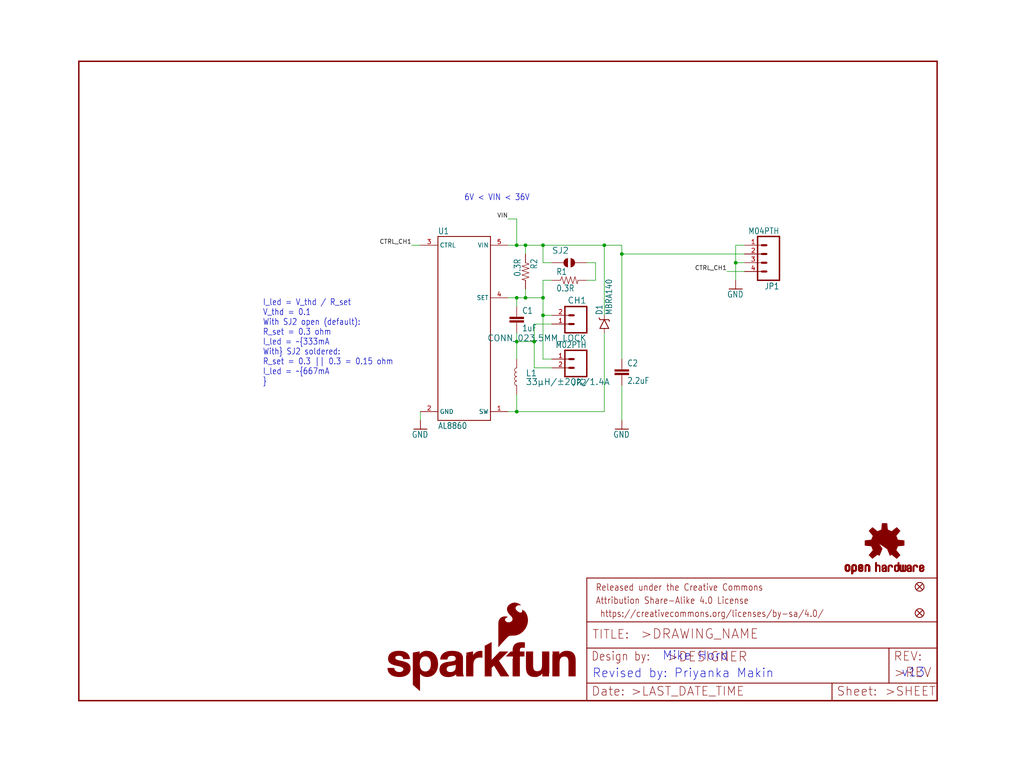
<source format=kicad_sch>
(kicad_sch (version 20211123) (generator eeschema)
  (paper "User" 297.002 223.926)
  (lib_symbols
    (symbol "eagleSchem-eagle-import:0.3OHM-1{slash}8W-1%(0805)"
      (property "Reference" "R" (at -3.81 1.4986 0))
      (property "Value" "0.3OHM-1{slash}8W-1%(0805)" (at -3.81 -3.302 0))
      (symbol "0.3OHM-1{slash}8W-1%(0805)_1_0"
        (pin passive line (at -5.08 0 0) (length 2.54) (name "1") (number "1"))
        (pin passive line (at 5.08 0 180) (length 2.54) (name "2") (number "2"))
      )
    )
    (symbol "eagleSchem-eagle-import:1.0UF50V10%(1206)"
      (property "Reference" "C" (at 1.524 2.921 0))
      (property "Value" "1.0UF50V10%(1206)" (at 1.524 -2.159 0))
      (symbol "1.0UF50V10%(1206)_1_0"
        (pin passive line (at 0 5.08 270) (length 2.54) (name "1") (number "1"))
        (pin passive line (at 0 -2.54 90) (length 2.54) (name "2") (number "2"))
      )
    )
    (symbol "eagleSchem-eagle-import:2.2UF50V10%(1206)"
      (property "Reference" "C" (at 1.524 2.921 0))
      (property "Value" "2.2UF50V10%(1206)" (at 1.524 -2.159 0))
      (symbol "2.2UF50V10%(1206)_1_0"
        (pin passive line (at 0 5.08 270) (length 2.54) (name "1") (number "1"))
        (pin passive line (at 0 -2.54 90) (length 2.54) (name "2") (number "2"))
      )
    )
    (symbol "eagleSchem-eagle-import:AL8860"
      (property "Value" "AL8860" (at -7.62 -35.56 0))
      (symbol "AL8860_1_0"
        (pin bidirectional line (at 12.7 -30.48 180) (length 5.08) (name "SW") (number "1"))
        (pin bidirectional line (at -12.7 -30.48 0) (length 5.08) (name "GND") (number "2"))
        (pin bidirectional line (at -12.7 17.78 0) (length 5.08) (name "CTRL") (number "3"))
        (pin bidirectional line (at 12.7 2.54 180) (length 5.08) (name "SET") (number "4"))
        (pin bidirectional line (at 12.7 17.78 180) (length 5.08) (name "VIN") (number "5"))
      )
    )
    (symbol "eagleSchem-eagle-import:CONN_023.5MM_LOCK"
      (property "Reference" "J" (at -2.54 5.588 0))
      (property "Value" "CONN_023.5MM_LOCK" (at -2.54 -4.826 0))
      (symbol "CONN_023.5MM_LOCK_1_0"
        (pin passive line (at 7.62 0 180) (length 5.08) (name "1") (number "1"))
        (pin passive line (at 7.62 2.54 180) (length 5.08) (name "2") (number "2"))
      )
    )
    (symbol "eagleSchem-eagle-import:DIODE-SCHOTTKY-MBRA140"
      (property "Reference" "D" (at 2.54 0.4826 0))
      (property "Value" "DIODE-SCHOTTKY-MBRA140" (at 2.54 -2.3114 0))
      (symbol "DIODE-SCHOTTKY-MBRA140_1_0"
        (pin passive line (at -2.54 0 0) (length 0) (name "A") (number "A"))
        (pin passive line (at 2.54 0 180) (length 0) (name "C") (number "C"))
      )
    )
    (symbol "eagleSchem-eagle-import:FIDUCIAL1X2")
    (symbol "eagleSchem-eagle-import:FRAME-LETTER"
      (symbol "FRAME-LETTER_2_0"
        (text " https://creativecommons.org/licenses/by-sa/4.0/" (at 2.54 24.13 0) (effects (font (size 1.9304 1.6408)) (justify left bottom)))
        (text ">DESIGNER" (at 23.114 11.176 0) (effects (font (size 2.7432 2.7432)) (justify left bottom)))
        (text ">DRAWING_NAME" (at 15.494 17.78 0) (effects (font (size 2.7432 2.7432)) (justify left bottom)))
        (text ">LAST_DATE_TIME" (at 12.7 1.27 0) (effects (font (size 2.54 2.54)) (justify left bottom)))
        (text ">REV" (at 88.9 6.604 0) (effects (font (size 2.7432 2.7432)) (justify left bottom)))
        (text ">SHEET" (at 86.36 1.27 0) (effects (font (size 2.54 2.54)) (justify left bottom)))
        (text "Attribution Share-Alike 4.0 License" (at 2.54 27.94 0) (effects (font (size 1.9304 1.6408)) (justify left bottom)))
        (text "Date:" (at 1.27 1.27 0) (effects (font (size 2.54 2.54)) (justify left bottom)))
        (text "Design by:" (at 1.27 11.43 0) (effects (font (size 2.54 2.159)) (justify left bottom)))
        (text "Released under the Creative Commons" (at 2.54 31.75 0) (effects (font (size 1.9304 1.6408)) (justify left bottom)))
        (text "REV:" (at 88.9 11.43 0) (effects (font (size 2.54 2.54)) (justify left bottom)))
        (text "Sheet:" (at 72.39 1.27 0) (effects (font (size 2.54 2.54)) (justify left bottom)))
        (text "TITLE:" (at 1.524 17.78 0) (effects (font (size 2.54 2.54)) (justify left bottom)))
      )
    )
    (symbol "eagleSchem-eagle-import:GND" (power)
      (property "Value" "GND" (at 0 -0.254 0))
      (symbol "GND_1_0"
        (pin power_in line (at 0 2.54 270) (length 2.54) (name "GND") (number "1"))
      )
    )
    (symbol "eagleSchem-eagle-import:INDUCTOR-SRN6045-33UH"
      (property "Reference" "L" (at 1.27 2.54 0))
      (property "Value" "INDUCTOR-SRN6045-33UH" (at 1.27 -2.54 0))
      (symbol "INDUCTOR-SRN6045-33UH_1_0"
        (pin passive line (at 0 5.08 270) (length 2.54) (name "1") (number "1"))
        (pin passive line (at 0 -5.08 90) (length 2.54) (name "2") (number "2"))
      )
    )
    (symbol "eagleSchem-eagle-import:JUMPER-SMT_2_NO_NO-SILK"
      (property "Reference" "JP" (at 0 2.794 0))
      (property "Value" "JUMPER-SMT_2_NO_NO-SILK" (at 0 -2.794 0))
      (symbol "JUMPER-SMT_2_NO_NO-SILK_1_0"
        (pin passive line (at -5.08 0 0) (length 2.54) (name "1") (number "1"))
        (pin passive line (at 5.08 0 180) (length 2.54) (name "2") (number "2"))
      )
    )
    (symbol "eagleSchem-eagle-import:M02PTH"
      (property "Reference" "JP" (at -2.54 5.842 0))
      (property "Value" "M02PTH" (at -2.54 -5.08 0))
      (symbol "M02PTH_1_0"
        (pin passive line (at 7.62 0 180) (length 5.08) (name "1") (number "1"))
        (pin passive line (at 7.62 2.54 180) (length 5.08) (name "2") (number "2"))
      )
    )
    (symbol "eagleSchem-eagle-import:M04PTH"
      (property "Reference" "JP" (at -5.08 8.382 0))
      (property "Value" "M04PTH" (at -5.08 -7.62 0))
      (symbol "M04PTH_1_0"
        (pin passive line (at 5.08 -2.54 180) (length 5.08) (name "1") (number "1"))
        (pin passive line (at 5.08 0 180) (length 5.08) (name "2") (number "2"))
        (pin passive line (at 5.08 2.54 180) (length 5.08) (name "3") (number "3"))
        (pin passive line (at 5.08 5.08 180) (length 5.08) (name "4") (number "4"))
      )
    )
    (symbol "eagleSchem-eagle-import:OSHW-LOGOS")
    (symbol "eagleSchem-eagle-import:SFE_LOGO_NAME_FLAME.1_INCH")
  )
  (junction (at 154.94 99.06))
  (junction (at 152.4 86.36))
  (junction (at 149.86 86.36))
  (junction (at 180.34 73.66))
  (junction (at 213.36 76.2))
  (junction (at 157.48 91.44))
  (junction (at 149.86 71.12))
  (junction (at 157.48 86.36))
  (junction (at 175.26 71.12))
  (junction (at 149.86 99.06))
  (junction (at 152.4 71.12))
  (junction (at 157.48 71.12))
  (junction (at 149.86 119.38))
  (wire (pts (xy 213.36 81.28) (xy 213.36 76.2)))
  (wire (pts (xy 157.48 104.14) (xy 160.02 104.14)))
  (wire (pts (xy 154.94 99.06) (xy 149.86 99.06)))
  (wire (pts (xy 170.18 81.28) (xy 172.72 81.28)))
  (wire (pts (xy 172.72 76.2) (xy 170.18 76.2)))
  (wire (pts (xy 157.48 71.12) (xy 175.26 71.12)))
  (wire (pts (xy 175.26 71.12) (xy 180.34 71.12)))
  (wire (pts (xy 121.92 121.92) (xy 121.92 119.38)))
  (wire (pts (xy 149.86 99.06) (xy 149.86 104.14)))
  (wire (pts (xy 152.4 83.82) (xy 152.4 86.36)))
  (wire (pts (xy 175.26 91.44) (xy 175.26 71.12)))
  (wire (pts (xy 149.86 119.38) (xy 175.26 119.38)))
  (wire (pts (xy 180.34 73.66) (xy 180.34 104.14)))
  (wire (pts (xy 152.4 86.36) (xy 157.48 86.36)))
  (wire (pts (xy 149.86 71.12) (xy 152.4 71.12)))
  (wire (pts (xy 149.86 119.38) (xy 149.86 114.3)))
  (wire (pts (xy 157.48 91.44) (xy 160.02 91.44)))
  (wire (pts (xy 154.94 99.06) (xy 154.94 93.98)))
  (wire (pts (xy 149.86 96.52) (xy 149.86 99.06)))
  (wire (pts (xy 160.02 106.68) (xy 154.94 106.68)))
  (wire (pts (xy 152.4 71.12) (xy 157.48 71.12)))
  (wire (pts (xy 157.48 81.28) (xy 160.02 81.28)))
  (wire (pts (xy 149.86 71.12) (xy 149.86 63.5)))
  (wire (pts (xy 157.48 91.44) (xy 157.48 104.14)))
  (wire (pts (xy 157.48 86.36) (xy 157.48 91.44)))
  (wire (pts (xy 215.9 78.74) (xy 210.82 78.74)))
  (wire (pts (xy 213.36 71.12) (xy 215.9 71.12)))
  (wire (pts (xy 147.32 119.38) (xy 149.86 119.38)))
  (wire (pts (xy 147.32 86.36) (xy 149.86 86.36)))
  (wire (pts (xy 160.02 76.2) (xy 157.48 76.2)))
  (wire (pts (xy 149.86 63.5) (xy 147.32 63.5)))
  (wire (pts (xy 180.34 111.76) (xy 180.34 121.92)))
  (wire (pts (xy 157.48 76.2) (xy 157.48 71.12)))
  (wire (pts (xy 149.86 88.9) (xy 149.86 86.36)))
  (wire (pts (xy 172.72 81.28) (xy 172.72 76.2)))
  (wire (pts (xy 149.86 86.36) (xy 152.4 86.36)))
  (wire (pts (xy 147.32 71.12) (xy 149.86 71.12)))
  (wire (pts (xy 154.94 93.98) (xy 160.02 93.98)))
  (wire (pts (xy 152.4 73.66) (xy 152.4 71.12)))
  (wire (pts (xy 175.26 119.38) (xy 175.26 96.52)))
  (wire (pts (xy 215.9 73.66) (xy 180.34 73.66)))
  (wire (pts (xy 154.94 106.68) (xy 154.94 99.06)))
  (wire (pts (xy 213.36 76.2) (xy 213.36 71.12)))
  (wire (pts (xy 157.48 86.36) (xy 157.48 81.28)))
  (wire (pts (xy 215.9 76.2) (xy 213.36 76.2)))
  (wire (pts (xy 180.34 71.12) (xy 180.34 73.66)))
  (wire (pts (xy 121.92 71.12) (xy 119.38 71.12)))
  (text "6V < VIN < 36V" (at 134.62 58.42 180) (effects (font (size 1.778 1.5113)) (justify left bottom)))
  (text "v13" (at 261.366 196.596 180) (effects (font (size 2.54 2.54)) (justify left bottom)))
  (text "Revised by: Priyanka Makin" (at 171.704 196.85 180) (effects (font (size 2.54 2.54)) (justify left bottom)))
  (text "I_led = V_thd / R_set\nV_thd = 0.1\nWith SJ2 open (default):\nR_set = 0.3 ohm\nI_led = ~{333mA\nWith} SJ2 soldered:\nR_set = 0.3 || 0.3 = 0.15 ohm\nI_led = ~{667mA\n}" (at 76.2 111.76 0) (effects (font (size 1.778 1.5113)) (justify left bottom)))
  (text "Mike Hord" (at 192.024 191.77 180) (effects (font (size 2.54 2.54)) (justify left bottom)))
  (label "CTRL_CH1" (at 119.38 71.12 180) (effects (font (size 1.2446 1.2446))))
  (label "VIN" (at 147.32 63.5 180) (effects (font (size 1.2446 1.2446))))
  (label "CTRL_CH1" (at 210.82 78.74 180) (effects (font (size 1.2446 1.2446))))
  (symbol (lib_id "eagleSchem-eagle-import:GND") (at 121.92 124.46 0) (unit 1)
    (property "Reference" "#GND6" (effects hide))
    (property "Value" "GND" (at 119.38 127 0) (effects (font (size 1.778 1.5113)) (justify left bottom)))
    (property "Footprint" "eagleSchem:" (effects hide))
  )
  (symbol (lib_id "eagleSchem-eagle-import:GND") (at 213.36 83.82 0) (unit 1)
    (property "Reference" "#GND1" (effects hide))
    (property "Value" "GND" (at 210.82 86.36 0) (effects (font (size 1.778 1.5113)) (justify left bottom)))
    (property "Footprint" "eagleSchem:" (effects hide))
  )
  (symbol (lib_id "eagleSchem-eagle-import:INDUCTOR-SRN6045-33UH") (at 149.86 109.22 180) (unit 1)
    (property "Reference" "L1" (at 152.4 109.22 0) (effects (font (size 1.778 1.778)) (justify right top)))
    (property "Value" "33µH/±20%/1.4A" (at 152.4 111.76 0) (effects (font (size 1.778 1.778)) (justify right top)))
    (property "Footprint" "eagleSchem:SRN6045" (effects hide))
  )
  (symbol (lib_id "eagleSchem-eagle-import:0.3OHM-1{slash}8W-1%(0805)") (at 152.4 78.74 270) (unit 1)
    (property "Reference" "R2" (at 153.8986 74.93 0) (effects (font (size 1.778 1.5113)) (justify left bottom)))
    (property "Value" "0.3R" (at 149.098 74.93 0) (effects (font (size 1.778 1.5113)) (justify left bottom)))
    (property "Footprint" "eagleSchem:0805" (effects hide))
  )
  (symbol (lib_id "eagleSchem-eagle-import:2.2UF50V10%(1206)") (at 180.34 109.22 0) (unit 1)
    (property "Reference" "C2" (at 181.864 106.299 0) (effects (font (size 1.778 1.5113)) (justify left bottom)))
    (property "Value" "2.2uF" (at 181.864 111.379 0) (effects (font (size 1.778 1.5113)) (justify left bottom)))
    (property "Footprint" "eagleSchem:1206-CAP" (effects hide))
  )
  (symbol (lib_id "eagleSchem-eagle-import:DIODE-SCHOTTKY-MBRA140") (at 175.26 93.98 90) (unit 1)
    (property "Reference" "D1" (at 174.7774 91.44 0) (effects (font (size 1.778 1.5113)) (justify left bottom)))
    (property "Value" "MBRA140" (at 177.5714 91.44 0) (effects (font (size 1.778 1.5113)) (justify left bottom)))
    (property "Footprint" "eagleSchem:SMA-DIODE" (effects hide))
  )
  (symbol (lib_id "eagleSchem-eagle-import:CONN_023.5MM_LOCK") (at 167.64 93.98 0) (mirror y) (unit 1)
    (property "Reference" "CH1" (at 170.18 88.138 0) (effects (font (size 1.778 1.778)) (justify left bottom)))
    (property "Value" "CONN_023.5MM_LOCK" (at 170.18 99.06 0) (effects (font (size 1.778 1.778)) (justify left bottom)))
    (property "Footprint" "eagleSchem:SCREWTERMINAL-3.5MM-2_LOCK" (effects hide))
  )
  (symbol (lib_id "eagleSchem-eagle-import:1.0UF50V10%(1206)") (at 149.86 93.98 0) (unit 1)
    (property "Reference" "C1" (at 151.384 91.059 0) (effects (font (size 1.778 1.5113)) (justify left bottom)))
    (property "Value" "1uF" (at 151.384 96.139 0) (effects (font (size 1.778 1.5113)) (justify left bottom)))
    (property "Footprint" "eagleSchem:1206-CAP" (effects hide))
  )
  (symbol (lib_id "eagleSchem-eagle-import:SFE_LOGO_NAME_FLAME.1_INCH") (at 111.76 200.66 0) (unit 1)
    (property "Reference" "LOGO2" (effects hide))
    (property "Value" "SFE_LOGO_NAME_FLAME.1_INCH" (effects hide))
    (property "Footprint" "eagleSchem:SFE_LOGO_NAME_FLAME_.1" (effects hide))
  )
  (symbol (lib_id "eagleSchem-eagle-import:AL8860") (at 134.62 88.9 0) (unit 1)
    (property "Reference" "U1" (at 127 66.04 0) (effects (font (size 1.778 1.5113)) (justify left top)))
    (property "Value" "AL8860" (at 127 124.46 0) (effects (font (size 1.778 1.5113)) (justify left bottom)))
    (property "Footprint" "eagleSchem:SOT23-5" (effects hide))
  )
  (symbol (lib_id "eagleSchem-eagle-import:FIDUCIAL1X2") (at 266.7 177.8 0) (unit 1)
    (property "Reference" "FID2" (effects hide))
    (property "Value" "FIDUCIAL1X2" (effects hide))
    (property "Footprint" "eagleSchem:FIDUCIAL-1X2" (effects hide))
  )
  (symbol (lib_id "eagleSchem-eagle-import:OSHW-LOGOS") (at 256.54 157.48 0) (unit 1)
    (property "Reference" "LOGO1" (effects hide))
    (property "Value" "OSHW-LOGOS" (effects hide))
    (property "Footprint" "eagleSchem:OSHW-LOGO-S" (effects hide))
  )
  (symbol (lib_id "eagleSchem-eagle-import:FIDUCIAL1X2") (at 266.7 170.18 0) (unit 1)
    (property "Reference" "FID1" (effects hide))
    (property "Value" "FIDUCIAL1X2" (effects hide))
    (property "Footprint" "eagleSchem:FIDUCIAL-1X2" (effects hide))
  )
  (symbol (lib_id "eagleSchem-eagle-import:JUMPER-SMT_2_NO_NO-SILK") (at 165.1 76.2 0) (unit 1)
    (property "Reference" "SJ2" (at 160.02 73.66 0) (effects (font (size 1.778 1.778)) (justify left bottom)))
    (property "Value" "NO Jumper" (effects hide))
    (property "Footprint" "eagleSchem:SMT-JUMPER_2_NO_NO-SILK" (effects hide))
  )
  (symbol (lib_id "eagleSchem-eagle-import:M04PTH") (at 220.98 73.66 180) (unit 1)
    (property "Reference" "JP1" (at 226.06 82.042 0) (effects (font (size 1.778 1.5113)) (justify left bottom)))
    (property "Value" "M04PTH" (at 226.06 66.04 0) (effects (font (size 1.778 1.5113)) (justify left bottom)))
    (property "Footprint" "eagleSchem:1X04" (effects hide))
  )
  (symbol (lib_id "eagleSchem-eagle-import:0.3OHM-1{slash}8W-1%(0805)") (at 165.1 81.28 0) (unit 1)
    (property "Reference" "R1" (at 161.29 79.7814 0) (effects (font (size 1.778 1.5113)) (justify left bottom)))
    (property "Value" "0.3R" (at 161.29 84.582 0) (effects (font (size 1.778 1.5113)) (justify left bottom)))
    (property "Footprint" "eagleSchem:0805" (effects hide))
  )
  (symbol (lib_id "eagleSchem-eagle-import:M02PTH") (at 167.64 104.14 180) (unit 1)
    (property "Reference" "JP2" (at 170.18 109.982 0) (effects (font (size 1.778 1.5113)) (justify left bottom)))
    (property "Value" "M02PTH" (at 170.18 99.06 0) (effects (font (size 1.778 1.5113)) (justify left bottom)))
    (property "Footprint" "eagleSchem:1X02@1" (effects hide))
  )
  (symbol (lib_id "eagleSchem-eagle-import:GND") (at 180.34 124.46 0) (unit 1)
    (property "Reference" "#GND13" (effects hide))
    (property "Value" "GND" (at 177.8 127 0) (effects (font (size 1.778 1.5113)) (justify left bottom)))
    (property "Footprint" "eagleSchem:" (effects hide))
  )
  (symbol (lib_id "eagleSchem-eagle-import:FRAME-LETTER") (at 170.18 203.2 0) (unit 2)
    (property "Reference" "FRAME1" (effects hide))
    (property "Value" "FRAME-LETTER" (effects hide))
    (property "Footprint" "eagleSchem:CREATIVE_COMMONS" (effects hide))
  )
  (symbol (lib_id "eagleSchem-eagle-import:FRAME-LETTER") (at 22.86 203.2 0) (unit 1)
    (property "Reference" "FRAME1" (effects hide))
    (property "Value" "FRAME-LETTER" (effects hide))
    (property "Footprint" "eagleSchem:CREATIVE_COMMONS" (effects hide))
  )
)
</source>
